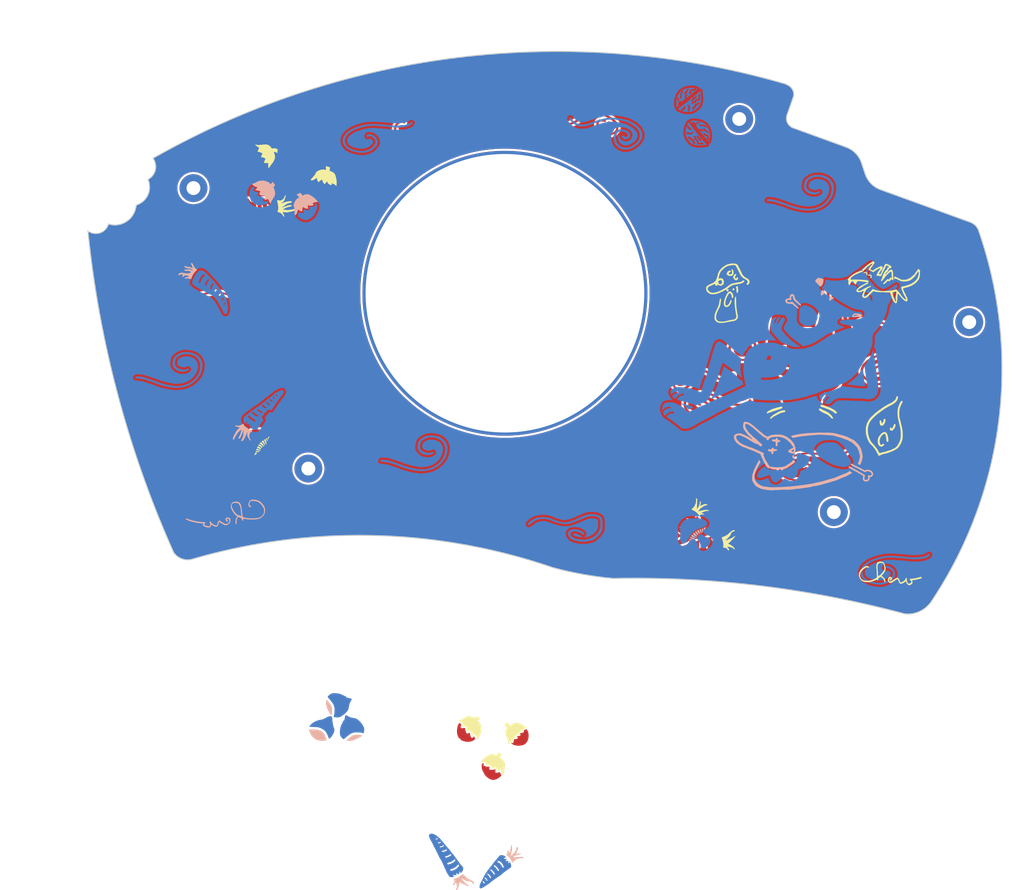
<source format=kicad_pcb>
(kicad_pcb (version 20240108) (generator "pcbnew") (generator_version "8.0")
  (layers (0 "F.Cu" signal) (31 "B.Cu" signal) (34 "B.Paste" user) (35 "F.Paste" user) (36 "B.SilkS" user "B.Silkscreen") (37 "F.SilkS" user "F.Silkscreen") (38 "B.Mask" user) (39 "F.Mask" user) (44 "Edge.Cuts" user))
  (net 0 "")
  (net 1 "gnd")
  (footprint "LOGO" (layer "F.Cu") (at 50.16 91.61)
    (property "Reference" "G***" (hide yes))
    (property "Value" "LOGO" (hide yes))
  )
  (footprint "LOGO" (layer "F.Cu") (at 85.233757 111.7674 180)
    (property "Reference" "G***" (hide yes))
    (property "Value" "LOGO" (hide yes))
  )
  (footprint "LOGO" (layer "F.Cu") (at 70.89 114.11 45)
    (property "Reference" "G***" (hide yes))
    (property "Value" "LOGO" (hide yes))
  )
  (footprint "LOGO" (layer "F.Cu") (at 80.825119 72.159859 -73)
    (property "Reference" "G***" (hide yes))
    (property "Value" "LOGO" (hide yes))
  )
  (footprint "LOGO" (layer "F.Cu") (at 145.068586 52.731667)
    (property "Reference" "G***" (hide yes))
    (property "Value" "LOGO" (hide yes))
  )
  (footprint "LOGO" (layer "F.Cu") (at 111.25 160 70)
    (property "Reference" "G***" (hide yes))
    (property "Value" "LOGO" (hide yes))
  )
  (footprint "LOGO" (layer "F.Cu") (at 69.526547 123.082212 -10)
    (property "Reference" "G***" (hide yes))
    (property "Value" "LOGO" (hide yes))
  )
  (footprint "LOGO" (layer "F.Cu") (at 99.58 130.11)
    (property "Reference" "G***" (hide yes))
    (property "Value" "LOGO" (hide yes))
  )
  (footprint "" (layer "F.Cu") (at 161.44 124.81)
    (property "Reference" "")
    (property "Value" "")
  )
  (footprint "LOGO" (layer "F.Cu") (at 107.75 165 30)
    (property "Reference" "G***" (hide yes))
    (property "Value" "LOGO" (hide yes))
  )
  (footprint "" (layer "F.Cu") (at 60.32 73.62)
    (property "Reference" "")
    (property "Value" "")
  )
  (footprint "LOGO" (layer "F.Cu") (at 103.826132 159.144232 -45)
    (property "Reference" "G***" (hide yes))
    (property "Value" "LOGO" (hide yes))
  )
  (footprint "" (layer "F.Cu") (at 146.5 62.7)
    (property "Reference" "")
    (property "Value" "")
  )
  (footprint "LOGO" (layer "F.Cu") (at 171.033897 135.050781)
    (property "Reference" "G***" (hide yes))
    (property "Value" "LOGO" (hide yes))
  )
  (footprint "LOGO" (layer "F.Cu") (at 97.021075 47.311208)
    (property "Reference" "G***" (hide yes))
    (property "Value" "LOGO" (hide yes))
  )
  (footprint "" (layer "F.Cu") (at 182.82 94.79)
    (property "Reference" "")
    (property "Value" "")
  )
  (footprint "LOGO" (layer "F.Cu") (at 141.417455 129.761294 80)
    (property "Reference" "G***" (hide yes))
    (property "Value" "LOGO" (hide yes))
  )
  (footprint "LOGO" (layer "F.Cu") (at 71.069854 68.536964 -60)
    (property "Reference" "G***" (hide yes))
    (property "Value" "LOGO" (hide yes))
  )
  (footprint "" (layer "F.Cu") (at 78.46 117.93)
    (property "Reference" "")
    (property "Value" "")
  )
  (footprint "LOGO" (layer "F.Cu") (at 62.16 117.18 80)
    (property "Reference" "G***" (hide yes))
    (property "Value" "LOGO" (hide yes))
  )
  (footprint "LOGO" (layer "F.Cu") (at 71.252282 77.723436 110)
    (property "Reference" "G***" (hide yes))
    (property "Value" "LOGO" (hide yes))
  )
  (footprint "LOGO" (layer "F.Cu") (at 137.637822 126.703543 160)
    (property "Reference" "G***" (hide yes))
    (property "Value" "LOGO" (hide yes))
  )
  (footprint "" (layer "F.Cu") (at 109.504835 90.231605)
    (property "Reference" "")
    (property "Value" "")
  )
  (footprint "LOGO" (layer "F.Cu") (at 156.795114 101.345259)
    (property "Reference" "G***" (hide yes))
    (property "Value" "LOGO" (hide yes))
  )
  (footprint "LOGO" (layer "B.Cu") (at 166.112775 117.67412 180)
    (property "Reference" "G***" (hide yes))
    (property "Value" "LOGO" (hide yes))
  )
  (footprint "LOGO" (layer "B.Cu") (at 100.5 180.25 -170)
    (property "Reference" "G***" (hide yes))
    (property "Value" "LOGO" (hide yes))
  )
  (footprint "LOGO" (layer "B.Cu") (at 65.343854 125.038479 180)
    (property "Reference" "G***" (hide yes))
    (property "Value" "LOGO" (hide yes))
  )
  (footprint "LOGO" (layer "B.Cu") (at 154 98.5 180)
    (property "Reference" "G***" (hide yes))
    (property "Value" "LOGO" (hide yes))
  )
  (footprint "LOGO" (layer "B.Cu") (at 71.126163 74.412511 135)
    (property "Reference" "G***" (hide yes))
    (property "Value" "LOGO" (hide yes))
  )
  (footprint "LOGO" (layer "B.Cu") (at 77.94 76.55 150)
    (property "Reference" "G***" (hide yes))
    (property "Value" "LOGO" (hide yes))
  )
  (footprint "LOGO" (layer "B.Cu") (at 156.91 77.55)
    (property "Reference" "G***" (hide yes))
    (property "Value" "LOGO" (hide yes))
  )
  (footprint "LOGO" (layer "B.Cu") (at 69.92 109.03 160)
    (property "Reference" "G***" (hide yes))
    (property "Value" "LOGO" (hide yes))
  )
  (footprint "LOGO" (layer "B.Cu") (at 84.382775 49.45412 180)
    (property "Reference" "G***" (hide yes))
    (property "Value" "LOGO" (hide yes))
  )
  (footprint "LOGO" (layer "B.Cu") (at 132.47 132.73 180)
    (property "Reference" "G***" (hide yes))
    (property "Value" "LOGO" (hide yes))
  )
  (footprint "LOGO" (layer "B.Cu") (at 82.72464 158.972099 180)
    (property "Reference" "G***" (hide yes))
    (property "Value" "LOGO" (hide yes))
  )
  (footprint "LOGO" (layer "B.Cu") (at 95.896244 119.2674)
    (property "Reference" "G***" (hide yes))
    (property "Value" "LOGO" (hide yes))
  )
  (footprint "LOGO" (layer "B.Cu") (at 140.072809 64.135529 180)
    (property "Reference" "G***" (hide yes))
    (property "Value" "LOGO" (hide yes))
  )
  (footprint "LOGO" (layer "B.Cu") (at 108.38 181.53 -70)
    (property "Reference" "G***" (hide yes))
    (property "Value" "LOGO" (hide yes))
  )
  (footprint "LOGO" (layer "B.Cu") (at 138.597788 59.633453 100)
    (property "Reference" "G***" (hide yes))
    (property "Value" "LOGO" (hide yes))
  )
  (footprint "LOGO" (layer "B.Cu") (at 156.865399 115.725117 -178)
    (property "Reference" "G***" (hide yes))
    (property "Value" "LOGO" (hide yes))
  )
  (footprint "LOGO" (layer "B.Cu") (at 62.663937 89.603802 165)
    (property "Reference" "G***" (hide yes))
    (property "Value" "LOGO" (hide yes))
  )
  (footprint "LOGO" (layer "B.Cu") (at 140 65 10)
    (property "Reference" "G***" (hide yes))
    (property "Value" "LOGO" (hide yes))
  )
  (footprint "LOGO" (layer "B.Cu") (at 57.21 105.56)
    (property "Reference" "G***" (hide yes))
    (property "Value" "LOGO" (hide yes))
  )
  (footprint "LOGO" (layer "B.Cu") (at 139.55 128.14 -135)
    (property "Reference" "G***" (hide yes))
    (property "Value" "LOGO" (hide yes))
  )
  (gr_arc (start 153.977226 57.264827) (mid 154.911429 58.030345) (end 155.048988 59.230274) (stroke (width 0.15)) (layer "Edge.Cuts"))
  (gr_arc (start 53.915746 68.904673) (mid 54.294888 70.759659) (end 53.122754 72.246543) (stroke (width 0.15)) (layer "Edge.Cuts"))
  (gr_line (start 155.048988 59.230274) (end 154.044187 62.090343) (stroke (width 0.15)) (layer "Edge.Cuts"))
  (gr_line (start 165.81185 69.635551) (end 166.388274 71.364822) (stroke (width 0.15)) (layer "Edge.Cuts"))
  (gr_arc (start 155 64.1) (mid 154.11743 63.287634) (end 154.044187 62.090343) (stroke (width 0.15)) (layer "Edge.Cuts"))
  (gr_arc (start 51.261763 76.300172) (mid 49.801546 78.847732) (end 46.897245 79.280552) (stroke (width 0.15)) (layer "Edge.Cuts"))
  (gr_arc (start 184.243489 80.162059) (mid 187.49836 110.348646) (end 176.925279 138.809745) (stroke (width 0.15)) (layer "Edge.Cuts"))
  (gr_arc (start 60.040598 132.281675) (mid 88.654809 128.516368) (end 117.066136 133.590523) (stroke (width 0.15)) (layer "Edge.Cuts"))
  (gr_arc (start 176.925279 138.809745) (mid 175.082213 140.469268) (end 172.63988 140.900447) (stroke (width 0.15)) (layer "Edge.Cuts"))
  (gr_line (start 168.818396 73.859942) (end 183.071438 79.032734) (stroke (width 0.15)) (layer "Edge.Cuts"))
  (gr_line (start 155 64.1) (end 163.381129 67.140213) (stroke (width 0.15)) (layer "Edge.Cuts"))
  (gr_arc (start 57.171986 131.153053) (mid 48.376189 106.300989) (end 43.642379 80.366799) (stroke (width 0.15)) (layer "Edge.Cuts"))
  (gr_arc (start 126.565959 135.30443) (mid 149.801599 136.466646) (end 172.63988 140.900447) (stroke (width 0.15)) (layer "Edge.Cuts"))
  (gr_arc (start 60.040598 132.281674) (mid 58.426132 132.175276) (end 57.171986 131.153053) (stroke (width 0.15)) (layer "Edge.Cuts"))
  (gr_arc (start 126.565959 135.30443) (mid 121.780056 134.64697) (end 117.066136 133.590523) (stroke (width 0.15)) (layer "Edge.Cuts"))
  (gr_arc (start 53.915746 68.904673) (mid 102.766762 52.891606) (end 153.993773 57.208241) (stroke (width 0.15)) (layer "Edge.Cuts"))
  (gr_arc (start 46.897245 79.280552) (mid 45.558182 80.687756) (end 43.642379 80.366799) (stroke (width 0.15)) (layer "Edge.Cuts"))
  (gr_arc (start 53.132095 72.264995) (mid 53.111519 74.706502) (end 51.261763 76.300171) (stroke (width 0.15)) (layer "Edge.Cuts"))
  (gr_arc (start 168.818396 73.859942) (mid 167.317503 72.890768) (end 166.388274 71.364822) (stroke (width 0.15)) (layer "Edge.Cuts"))
  (gr_arc (start 163.381129 67.140213) (mid 164.882399 68.109376) (end 165.81185 69.635551) (stroke (width 0.15)) (layer "Edge.Cuts"))
  (gr_arc (start 183.071438 79.032734) (mid 183.763023 79.487843) (end 184.243488 80.162059) (stroke (width 0.15)) (layer "Edge.Cuts"))
  (zone (net 1) (net_name "gnd") (layers "F&B.Cu") (connect_pads (clearance 0.35)) (min_thickness 0.127) (fill yes (thermal_gap 0.2) (thermal_bridge_width 0.2) (island_removal_mode 2) (island_area_min 20))
    (polygon (pts (xy 191.47 149.63) (xy 38.09 149.63) (xy 38.09 43.9) (xy 191.47 43.9)))
  )
)
</source>
